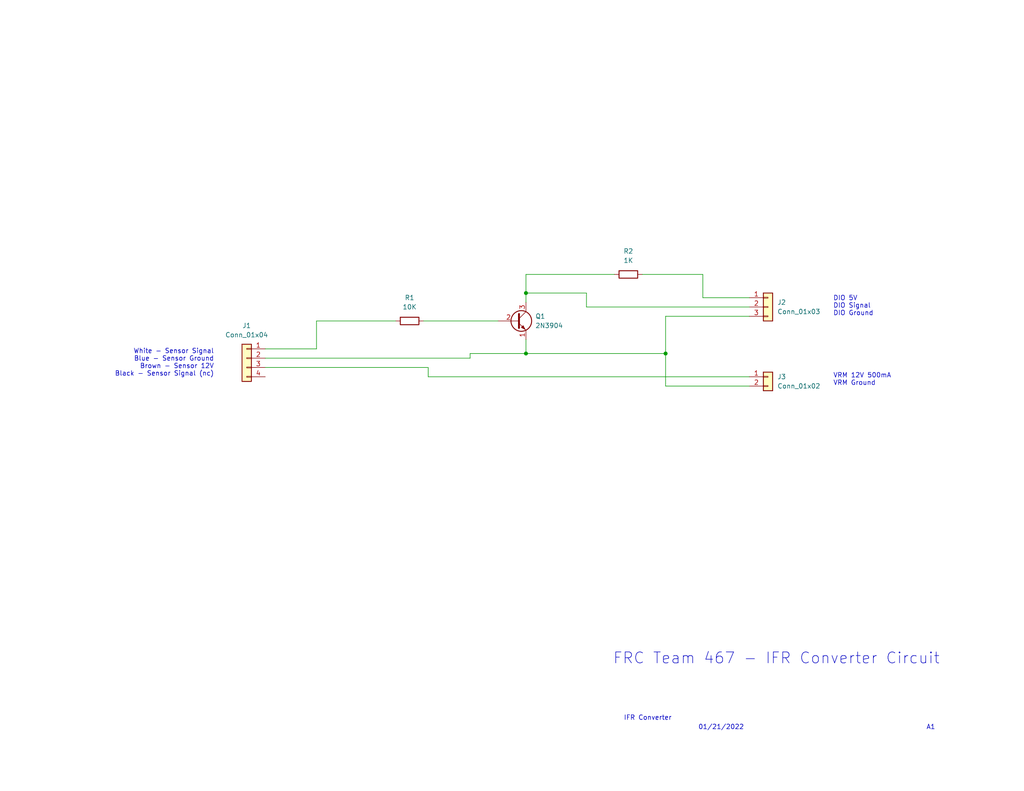
<source format=kicad_sch>
(kicad_sch (version 20211123) (generator eeschema)

  (uuid e63e39d7-6ac0-4ffd-8aa3-1841a4541b55)

  (paper "A")

  (lib_symbols
    (symbol "Connector_Generic:Conn_01x02" (pin_names (offset 1.016) hide) (in_bom yes) (on_board yes)
      (property "Reference" "J" (id 0) (at 0 2.54 0)
        (effects (font (size 1.27 1.27)))
      )
      (property "Value" "Conn_01x02" (id 1) (at 0 -5.08 0)
        (effects (font (size 1.27 1.27)))
      )
      (property "Footprint" "" (id 2) (at 0 0 0)
        (effects (font (size 1.27 1.27)) hide)
      )
      (property "Datasheet" "~" (id 3) (at 0 0 0)
        (effects (font (size 1.27 1.27)) hide)
      )
      (property "ki_keywords" "connector" (id 4) (at 0 0 0)
        (effects (font (size 1.27 1.27)) hide)
      )
      (property "ki_description" "Generic connector, single row, 01x02, script generated (kicad-library-utils/schlib/autogen/connector/)" (id 5) (at 0 0 0)
        (effects (font (size 1.27 1.27)) hide)
      )
      (property "ki_fp_filters" "Connector*:*_1x??_*" (id 6) (at 0 0 0)
        (effects (font (size 1.27 1.27)) hide)
      )
      (symbol "Conn_01x02_1_1"
        (rectangle (start -1.27 -2.413) (end 0 -2.667)
          (stroke (width 0.1524) (type default) (color 0 0 0 0))
          (fill (type none))
        )
        (rectangle (start -1.27 0.127) (end 0 -0.127)
          (stroke (width 0.1524) (type default) (color 0 0 0 0))
          (fill (type none))
        )
        (rectangle (start -1.27 1.27) (end 1.27 -3.81)
          (stroke (width 0.254) (type default) (color 0 0 0 0))
          (fill (type background))
        )
        (pin passive line (at -5.08 0 0) (length 3.81)
          (name "Pin_1" (effects (font (size 1.27 1.27))))
          (number "1" (effects (font (size 1.27 1.27))))
        )
        (pin passive line (at -5.08 -2.54 0) (length 3.81)
          (name "Pin_2" (effects (font (size 1.27 1.27))))
          (number "2" (effects (font (size 1.27 1.27))))
        )
      )
    )
    (symbol "Connector_Generic:Conn_01x03" (pin_names (offset 1.016) hide) (in_bom yes) (on_board yes)
      (property "Reference" "J" (id 0) (at 0 5.08 0)
        (effects (font (size 1.27 1.27)))
      )
      (property "Value" "Conn_01x03" (id 1) (at 0 -5.08 0)
        (effects (font (size 1.27 1.27)))
      )
      (property "Footprint" "" (id 2) (at 0 0 0)
        (effects (font (size 1.27 1.27)) hide)
      )
      (property "Datasheet" "~" (id 3) (at 0 0 0)
        (effects (font (size 1.27 1.27)) hide)
      )
      (property "ki_keywords" "connector" (id 4) (at 0 0 0)
        (effects (font (size 1.27 1.27)) hide)
      )
      (property "ki_description" "Generic connector, single row, 01x03, script generated (kicad-library-utils/schlib/autogen/connector/)" (id 5) (at 0 0 0)
        (effects (font (size 1.27 1.27)) hide)
      )
      (property "ki_fp_filters" "Connector*:*_1x??_*" (id 6) (at 0 0 0)
        (effects (font (size 1.27 1.27)) hide)
      )
      (symbol "Conn_01x03_1_1"
        (rectangle (start -1.27 -2.413) (end 0 -2.667)
          (stroke (width 0.1524) (type default) (color 0 0 0 0))
          (fill (type none))
        )
        (rectangle (start -1.27 0.127) (end 0 -0.127)
          (stroke (width 0.1524) (type default) (color 0 0 0 0))
          (fill (type none))
        )
        (rectangle (start -1.27 2.667) (end 0 2.413)
          (stroke (width 0.1524) (type default) (color 0 0 0 0))
          (fill (type none))
        )
        (rectangle (start -1.27 3.81) (end 1.27 -3.81)
          (stroke (width 0.254) (type default) (color 0 0 0 0))
          (fill (type background))
        )
        (pin passive line (at -5.08 2.54 0) (length 3.81)
          (name "Pin_1" (effects (font (size 1.27 1.27))))
          (number "1" (effects (font (size 1.27 1.27))))
        )
        (pin passive line (at -5.08 0 0) (length 3.81)
          (name "Pin_2" (effects (font (size 1.27 1.27))))
          (number "2" (effects (font (size 1.27 1.27))))
        )
        (pin passive line (at -5.08 -2.54 0) (length 3.81)
          (name "Pin_3" (effects (font (size 1.27 1.27))))
          (number "3" (effects (font (size 1.27 1.27))))
        )
      )
    )
    (symbol "Connector_Generic:Conn_01x04" (pin_names (offset 1.016) hide) (in_bom yes) (on_board yes)
      (property "Reference" "J" (id 0) (at 0 5.08 0)
        (effects (font (size 1.27 1.27)))
      )
      (property "Value" "Conn_01x04" (id 1) (at 0 -7.62 0)
        (effects (font (size 1.27 1.27)))
      )
      (property "Footprint" "" (id 2) (at 0 0 0)
        (effects (font (size 1.27 1.27)) hide)
      )
      (property "Datasheet" "~" (id 3) (at 0 0 0)
        (effects (font (size 1.27 1.27)) hide)
      )
      (property "ki_keywords" "connector" (id 4) (at 0 0 0)
        (effects (font (size 1.27 1.27)) hide)
      )
      (property "ki_description" "Generic connector, single row, 01x04, script generated (kicad-library-utils/schlib/autogen/connector/)" (id 5) (at 0 0 0)
        (effects (font (size 1.27 1.27)) hide)
      )
      (property "ki_fp_filters" "Connector*:*_1x??_*" (id 6) (at 0 0 0)
        (effects (font (size 1.27 1.27)) hide)
      )
      (symbol "Conn_01x04_1_1"
        (rectangle (start -1.27 -4.953) (end 0 -5.207)
          (stroke (width 0.1524) (type default) (color 0 0 0 0))
          (fill (type none))
        )
        (rectangle (start -1.27 -2.413) (end 0 -2.667)
          (stroke (width 0.1524) (type default) (color 0 0 0 0))
          (fill (type none))
        )
        (rectangle (start -1.27 0.127) (end 0 -0.127)
          (stroke (width 0.1524) (type default) (color 0 0 0 0))
          (fill (type none))
        )
        (rectangle (start -1.27 2.667) (end 0 2.413)
          (stroke (width 0.1524) (type default) (color 0 0 0 0))
          (fill (type none))
        )
        (rectangle (start -1.27 3.81) (end 1.27 -6.35)
          (stroke (width 0.254) (type default) (color 0 0 0 0))
          (fill (type background))
        )
        (pin passive line (at -5.08 2.54 0) (length 3.81)
          (name "Pin_1" (effects (font (size 1.27 1.27))))
          (number "1" (effects (font (size 1.27 1.27))))
        )
        (pin passive line (at -5.08 0 0) (length 3.81)
          (name "Pin_2" (effects (font (size 1.27 1.27))))
          (number "2" (effects (font (size 1.27 1.27))))
        )
        (pin passive line (at -5.08 -2.54 0) (length 3.81)
          (name "Pin_3" (effects (font (size 1.27 1.27))))
          (number "3" (effects (font (size 1.27 1.27))))
        )
        (pin passive line (at -5.08 -5.08 0) (length 3.81)
          (name "Pin_4" (effects (font (size 1.27 1.27))))
          (number "4" (effects (font (size 1.27 1.27))))
        )
      )
    )
    (symbol "Device:R" (pin_numbers hide) (pin_names (offset 0)) (in_bom yes) (on_board yes)
      (property "Reference" "R" (id 0) (at 2.032 0 90)
        (effects (font (size 1.27 1.27)))
      )
      (property "Value" "R" (id 1) (at 0 0 90)
        (effects (font (size 1.27 1.27)))
      )
      (property "Footprint" "" (id 2) (at -1.778 0 90)
        (effects (font (size 1.27 1.27)) hide)
      )
      (property "Datasheet" "~" (id 3) (at 0 0 0)
        (effects (font (size 1.27 1.27)) hide)
      )
      (property "ki_keywords" "R res resistor" (id 4) (at 0 0 0)
        (effects (font (size 1.27 1.27)) hide)
      )
      (property "ki_description" "Resistor" (id 5) (at 0 0 0)
        (effects (font (size 1.27 1.27)) hide)
      )
      (property "ki_fp_filters" "R_*" (id 6) (at 0 0 0)
        (effects (font (size 1.27 1.27)) hide)
      )
      (symbol "R_0_1"
        (rectangle (start -1.016 -2.54) (end 1.016 2.54)
          (stroke (width 0.254) (type default) (color 0 0 0 0))
          (fill (type none))
        )
      )
      (symbol "R_1_1"
        (pin passive line (at 0 3.81 270) (length 1.27)
          (name "~" (effects (font (size 1.27 1.27))))
          (number "1" (effects (font (size 1.27 1.27))))
        )
        (pin passive line (at 0 -3.81 90) (length 1.27)
          (name "~" (effects (font (size 1.27 1.27))))
          (number "2" (effects (font (size 1.27 1.27))))
        )
      )
    )
    (symbol "Transistor_BJT:2N3904" (pin_names (offset 0) hide) (in_bom yes) (on_board yes)
      (property "Reference" "Q" (id 0) (at 5.08 1.905 0)
        (effects (font (size 1.27 1.27)) (justify left))
      )
      (property "Value" "2N3904" (id 1) (at 5.08 0 0)
        (effects (font (size 1.27 1.27)) (justify left))
      )
      (property "Footprint" "Package_TO_SOT_THT:TO-92_Inline" (id 2) (at 5.08 -1.905 0)
        (effects (font (size 1.27 1.27) italic) (justify left) hide)
      )
      (property "Datasheet" "https://www.onsemi.com/pub/Collateral/2N3903-D.PDF" (id 3) (at 0 0 0)
        (effects (font (size 1.27 1.27)) (justify left) hide)
      )
      (property "ki_keywords" "NPN Transistor" (id 4) (at 0 0 0)
        (effects (font (size 1.27 1.27)) hide)
      )
      (property "ki_description" "0.2A Ic, 40V Vce, Small Signal NPN Transistor, TO-92" (id 5) (at 0 0 0)
        (effects (font (size 1.27 1.27)) hide)
      )
      (property "ki_fp_filters" "TO?92*" (id 6) (at 0 0 0)
        (effects (font (size 1.27 1.27)) hide)
      )
      (symbol "2N3904_0_1"
        (polyline
          (pts
            (xy 0.635 0.635)
            (xy 2.54 2.54)
          )
          (stroke (width 0) (type default) (color 0 0 0 0))
          (fill (type none))
        )
        (polyline
          (pts
            (xy 0.635 -0.635)
            (xy 2.54 -2.54)
            (xy 2.54 -2.54)
          )
          (stroke (width 0) (type default) (color 0 0 0 0))
          (fill (type none))
        )
        (polyline
          (pts
            (xy 0.635 1.905)
            (xy 0.635 -1.905)
            (xy 0.635 -1.905)
          )
          (stroke (width 0.508) (type default) (color 0 0 0 0))
          (fill (type none))
        )
        (polyline
          (pts
            (xy 1.27 -1.778)
            (xy 1.778 -1.27)
            (xy 2.286 -2.286)
            (xy 1.27 -1.778)
            (xy 1.27 -1.778)
          )
          (stroke (width 0) (type default) (color 0 0 0 0))
          (fill (type outline))
        )
        (circle (center 1.27 0) (radius 2.8194)
          (stroke (width 0.254) (type default) (color 0 0 0 0))
          (fill (type none))
        )
      )
      (symbol "2N3904_1_1"
        (pin passive line (at 2.54 -5.08 90) (length 2.54)
          (name "E" (effects (font (size 1.27 1.27))))
          (number "1" (effects (font (size 1.27 1.27))))
        )
        (pin passive line (at -5.08 0 0) (length 5.715)
          (name "B" (effects (font (size 1.27 1.27))))
          (number "2" (effects (font (size 1.27 1.27))))
        )
        (pin passive line (at 2.54 5.08 270) (length 2.54)
          (name "C" (effects (font (size 1.27 1.27))))
          (number "3" (effects (font (size 1.27 1.27))))
        )
      )
    )
  )

  (junction (at 143.51 96.52) (diameter 0) (color 0 0 0 0)
    (uuid b3960b72-2a9c-4994-8a75-67d8a48ec5e6)
  )
  (junction (at 181.61 96.52) (diameter 0) (color 0 0 0 0)
    (uuid d36dcc3e-45c8-4c6d-9ec2-ce3cbc35b08e)
  )
  (junction (at 143.51 80.01) (diameter 0) (color 0 0 0 0)
    (uuid d66a9306-33a6-4df1-9ba5-cdc05dd08ca5)
  )

  (wire (pts (xy 128.27 97.79) (xy 128.27 96.52))
    (stroke (width 0) (type default) (color 0 0 0 0))
    (uuid 09212580-7d7c-44f7-abce-ef8b9eb213d2)
  )
  (wire (pts (xy 160.02 80.01) (xy 143.51 80.01))
    (stroke (width 0) (type default) (color 0 0 0 0))
    (uuid 11bd38f3-f4dc-4f65-afa1-83b631addd10)
  )
  (wire (pts (xy 86.36 87.63) (xy 107.95 87.63))
    (stroke (width 0) (type default) (color 0 0 0 0))
    (uuid 20617b25-3b5f-49c0-83cd-5a2833d3a305)
  )
  (wire (pts (xy 143.51 74.93) (xy 167.64 74.93))
    (stroke (width 0) (type default) (color 0 0 0 0))
    (uuid 2807477d-1905-45d8-ba28-3a4431227ee0)
  )
  (wire (pts (xy 143.51 80.01) (xy 143.51 74.93))
    (stroke (width 0) (type default) (color 0 0 0 0))
    (uuid 365ed3cb-7e08-4ae0-9c29-86de7736352c)
  )
  (wire (pts (xy 181.61 86.36) (xy 204.47 86.36))
    (stroke (width 0) (type default) (color 0 0 0 0))
    (uuid 3d2de93f-a7ac-4978-b883-af4c0e13417d)
  )
  (wire (pts (xy 128.27 96.52) (xy 143.51 96.52))
    (stroke (width 0) (type default) (color 0 0 0 0))
    (uuid 46185527-d43c-4eb9-801d-c1a1b82ede08)
  )
  (wire (pts (xy 143.51 92.71) (xy 143.51 96.52))
    (stroke (width 0) (type default) (color 0 0 0 0))
    (uuid 46d70e75-ef7c-4bd6-834d-3952b67e9190)
  )
  (wire (pts (xy 204.47 83.82) (xy 160.02 83.82))
    (stroke (width 0) (type default) (color 0 0 0 0))
    (uuid 4dd9534c-c669-42f3-8766-46183d1f935b)
  )
  (wire (pts (xy 115.57 87.63) (xy 135.89 87.63))
    (stroke (width 0) (type default) (color 0 0 0 0))
    (uuid 55ef627b-b358-40e8-bba9-8d8d5b51ece1)
  )
  (wire (pts (xy 116.84 100.33) (xy 116.84 102.87))
    (stroke (width 0) (type default) (color 0 0 0 0))
    (uuid 566cf969-5594-4390-940e-b3905c03469f)
  )
  (wire (pts (xy 191.77 81.28) (xy 204.47 81.28))
    (stroke (width 0) (type default) (color 0 0 0 0))
    (uuid 5b5c7080-02d0-46a0-a033-9cfab2aad2f2)
  )
  (wire (pts (xy 86.36 95.25) (xy 86.36 87.63))
    (stroke (width 0) (type default) (color 0 0 0 0))
    (uuid 69e8710e-6218-4b6e-8db0-eaeab8478013)
  )
  (wire (pts (xy 72.39 100.33) (xy 116.84 100.33))
    (stroke (width 0) (type default) (color 0 0 0 0))
    (uuid 6d164491-a72c-4429-ae1e-78fbe411ec34)
  )
  (wire (pts (xy 191.77 74.93) (xy 191.77 81.28))
    (stroke (width 0) (type default) (color 0 0 0 0))
    (uuid 74ed0eda-50ab-4573-b735-6618cab127a4)
  )
  (wire (pts (xy 116.84 102.87) (xy 204.47 102.87))
    (stroke (width 0) (type default) (color 0 0 0 0))
    (uuid 76043836-6812-496d-bc27-3b1a75302f3f)
  )
  (wire (pts (xy 72.39 95.25) (xy 86.36 95.25))
    (stroke (width 0) (type default) (color 0 0 0 0))
    (uuid 82c511d0-3975-4ace-9105-d43d486600ef)
  )
  (wire (pts (xy 181.61 96.52) (xy 181.61 86.36))
    (stroke (width 0) (type default) (color 0 0 0 0))
    (uuid 8779130a-8bad-48ca-bb1c-22e6b269dc9b)
  )
  (wire (pts (xy 72.39 97.79) (xy 128.27 97.79))
    (stroke (width 0) (type default) (color 0 0 0 0))
    (uuid 904901ce-5e9e-4617-9c09-3e1c627a9b28)
  )
  (wire (pts (xy 181.61 105.41) (xy 181.61 96.52))
    (stroke (width 0) (type default) (color 0 0 0 0))
    (uuid 92179695-ef32-4282-bee5-23fc090fb2f7)
  )
  (wire (pts (xy 143.51 82.55) (xy 143.51 80.01))
    (stroke (width 0) (type default) (color 0 0 0 0))
    (uuid b5d0f806-037d-4164-92e3-1da3522a84b3)
  )
  (wire (pts (xy 160.02 83.82) (xy 160.02 80.01))
    (stroke (width 0) (type default) (color 0 0 0 0))
    (uuid c3074552-ecb7-427b-8ceb-1f439eefd614)
  )
  (wire (pts (xy 204.47 105.41) (xy 181.61 105.41))
    (stroke (width 0) (type default) (color 0 0 0 0))
    (uuid c3d97a0b-a3f8-4e42-ab92-534538d22b5d)
  )
  (wire (pts (xy 143.51 96.52) (xy 181.61 96.52))
    (stroke (width 0) (type default) (color 0 0 0 0))
    (uuid caeb4762-bacb-4666-b525-709ac7aa6c23)
  )
  (wire (pts (xy 175.26 74.93) (xy 191.77 74.93))
    (stroke (width 0) (type default) (color 0 0 0 0))
    (uuid eaf57b2b-8169-48ab-92ed-26a2cc3c844d)
  )

  (text "DIO 5V\nDIO Signal\nDIO Ground" (at 227.33 86.36 0)
    (effects (font (size 1.27 1.27)) (justify left bottom))
    (uuid 3cf1be89-118d-4883-a862-f7df175f74fe)
  )
  (text "A1" (at 252.73 199.39 0)
    (effects (font (size 1.27 1.27)) (justify left bottom))
    (uuid 491c228a-fd63-4cb4-b15e-e6a67dba10fa)
  )
  (text "White - Sensor Signal\nBlue - Sensor Ground\nBrown - Sensor 12V\nBlack - Sensor Signal (nc)"
    (at 58.42 102.87 0)
    (effects (font (size 1.27 1.27)) (justify right bottom))
    (uuid 4936daab-87ad-422b-b2aa-4c1e6cb463e6)
  )
  (text "FRC Team 467 - IFR Converter Circuit" (at 256.54 181.61 180)
    (effects (font (size 3 3)) (justify right bottom))
    (uuid 580d7d70-57a5-4419-9f74-feb7ca67ddd9)
  )
  (text "01/21/2022" (at 190.5 199.39 0)
    (effects (font (size 1.27 1.27)) (justify left bottom))
    (uuid 67253a3e-10e5-4396-a563-bb3ce5146e90)
  )
  (text "IFR Converter" (at 170.18 196.85 0)
    (effects (font (size 1.27 1.27)) (justify left bottom))
    (uuid 6f3cfce9-aae5-472d-bb4c-71db75bc1f93)
  )
  (text "VRM 12V 500mA\nVRM Ground" (at 227.33 105.41 0)
    (effects (font (size 1.27 1.27)) (justify left bottom))
    (uuid a128bd56-3491-4203-a638-29f71f2b454f)
  )

  (symbol (lib_id "Device:R") (at 171.45 74.93 270) (unit 1)
    (in_bom yes) (on_board yes) (fields_autoplaced)
    (uuid 126849f0-6f2f-42ef-b82a-8d4f8cc07bae)
    (property "Reference" "R2" (id 0) (at 171.45 68.58 90))
    (property "Value" "1K" (id 1) (at 171.45 71.12 90))
    (property "Footprint" "" (id 2) (at 171.45 73.152 90)
      (effects (font (size 1.27 1.27)) hide)
    )
    (property "Datasheet" "~" (id 3) (at 171.45 74.93 0)
      (effects (font (size 1.27 1.27)) hide)
    )
    (pin "1" (uuid 30abfde3-8899-462f-9f7f-36d43682c0c4))
    (pin "2" (uuid 9f71d08d-6015-45cd-b535-14bc18bc9e5f))
  )

  (symbol (lib_id "Connector_Generic:Conn_01x04") (at 67.31 97.79 0) (mirror y) (unit 1)
    (in_bom yes) (on_board yes) (fields_autoplaced)
    (uuid 469f89fd-f629-46b7-b106-a0088168c9ec)
    (property "Reference" "J1" (id 0) (at 67.31 88.9 0))
    (property "Value" "Conn_01x04" (id 1) (at 67.31 91.44 0))
    (property "Footprint" "" (id 2) (at 67.31 97.79 0)
      (effects (font (size 1.27 1.27)) hide)
    )
    (property "Datasheet" "~" (id 3) (at 67.31 97.79 0)
      (effects (font (size 1.27 1.27)) hide)
    )
    (pin "1" (uuid dde4c43d-f33e-48ba-86f3-779fdfce00c2))
    (pin "2" (uuid 1b98de85-f9de-4825-baf2-c96991615275))
    (pin "3" (uuid 0938c137-668b-4d2f-b92b-cadb1df72bdb))
    (pin "4" (uuid 74096bdc-b668-408c-af3a-b048c20bd605))
  )

  (symbol (lib_id "Connector_Generic:Conn_01x02") (at 209.55 102.87 0) (unit 1)
    (in_bom yes) (on_board yes) (fields_autoplaced)
    (uuid 5f11cbc9-4f94-4ad7-a6f8-cf893a7142bc)
    (property "Reference" "J3" (id 0) (at 212.09 102.8699 0)
      (effects (font (size 1.27 1.27)) (justify left))
    )
    (property "Value" "Conn_01x02" (id 1) (at 212.09 105.4099 0)
      (effects (font (size 1.27 1.27)) (justify left))
    )
    (property "Footprint" "" (id 2) (at 209.55 102.87 0)
      (effects (font (size 1.27 1.27)) hide)
    )
    (property "Datasheet" "~" (id 3) (at 209.55 102.87 0)
      (effects (font (size 1.27 1.27)) hide)
    )
    (pin "1" (uuid a2e8a457-7e94-4209-ab67-2d36a7db9325))
    (pin "2" (uuid a3425917-a21e-4245-a985-ab4010fbb495))
  )

  (symbol (lib_id "Transistor_BJT:2N3904") (at 140.97 87.63 0) (unit 1)
    (in_bom yes) (on_board yes) (fields_autoplaced)
    (uuid 7a853ac3-05dc-426c-b339-3fd8fe77ab83)
    (property "Reference" "Q1" (id 0) (at 146.05 86.3599 0)
      (effects (font (size 1.27 1.27)) (justify left))
    )
    (property "Value" "2N3904" (id 1) (at 146.05 88.8999 0)
      (effects (font (size 1.27 1.27)) (justify left))
    )
    (property "Footprint" "Package_TO_SOT_THT:TO-92_Inline" (id 2) (at 146.05 89.535 0)
      (effects (font (size 1.27 1.27) italic) (justify left) hide)
    )
    (property "Datasheet" "https://www.onsemi.com/pub/Collateral/2N3903-D.PDF" (id 3) (at 140.97 87.63 0)
      (effects (font (size 1.27 1.27)) (justify left) hide)
    )
    (pin "1" (uuid c967c764-4f65-488e-b81e-d79d82e21439))
    (pin "2" (uuid 814d98c9-5696-447b-a891-ac657812ef23))
    (pin "3" (uuid e0f4bf2d-eefa-4caf-a9fd-1efc28d1ee34))
  )

  (symbol (lib_id "Connector_Generic:Conn_01x03") (at 209.55 83.82 0) (unit 1)
    (in_bom yes) (on_board yes) (fields_autoplaced)
    (uuid af062573-b97b-4aa1-bea6-0733ff8c3373)
    (property "Reference" "J2" (id 0) (at 212.09 82.5499 0)
      (effects (font (size 1.27 1.27)) (justify left))
    )
    (property "Value" "Conn_01x03" (id 1) (at 212.09 85.0899 0)
      (effects (font (size 1.27 1.27)) (justify left))
    )
    (property "Footprint" "" (id 2) (at 209.55 83.82 0)
      (effects (font (size 1.27 1.27)) hide)
    )
    (property "Datasheet" "~" (id 3) (at 209.55 83.82 0)
      (effects (font (size 1.27 1.27)) hide)
    )
    (pin "1" (uuid 87c4c6cd-a743-45fa-8a20-56ccd5bd596e))
    (pin "2" (uuid 6c1dc8fe-cd68-4d9d-b5d0-383668c0989d))
    (pin "3" (uuid 57943a54-0d5a-4776-92d5-28c3ef73c2a2))
  )

  (symbol (lib_id "Device:R") (at 111.76 87.63 270) (unit 1)
    (in_bom yes) (on_board yes) (fields_autoplaced)
    (uuid ed3504fe-aa49-4b10-9be4-6966278b61ee)
    (property "Reference" "R1" (id 0) (at 111.76 81.28 90))
    (property "Value" "10K" (id 1) (at 111.76 83.82 90))
    (property "Footprint" "" (id 2) (at 111.76 85.852 90)
      (effects (font (size 1.27 1.27)) hide)
    )
    (property "Datasheet" "~" (id 3) (at 111.76 87.63 0)
      (effects (font (size 1.27 1.27)) hide)
    )
    (pin "1" (uuid 12e90146-8c2a-4165-b7fc-98ec923c5807))
    (pin "2" (uuid 0931c342-aa39-488b-8409-19c088e2c579))
  )

  (sheet_instances
    (path "/" (page "1"))
  )

  (symbol_instances
    (path "/469f89fd-f629-46b7-b106-a0088168c9ec"
      (reference "J1") (unit 1) (value "Conn_01x04") (footprint "")
    )
    (path "/af062573-b97b-4aa1-bea6-0733ff8c3373"
      (reference "J2") (unit 1) (value "Conn_01x03") (footprint "")
    )
    (path "/5f11cbc9-4f94-4ad7-a6f8-cf893a7142bc"
      (reference "J3") (unit 1) (value "Conn_01x02") (footprint "")
    )
    (path "/7a853ac3-05dc-426c-b339-3fd8fe77ab83"
      (reference "Q1") (unit 1) (value "2N3904") (footprint "Package_TO_SOT_THT:TO-92_Inline")
    )
    (path "/ed3504fe-aa49-4b10-9be4-6966278b61ee"
      (reference "R1") (unit 1) (value "10K") (footprint "")
    )
    (path "/126849f0-6f2f-42ef-b82a-8d4f8cc07bae"
      (reference "R2") (unit 1) (value "1K") (footprint "")
    )
  )
)

</source>
